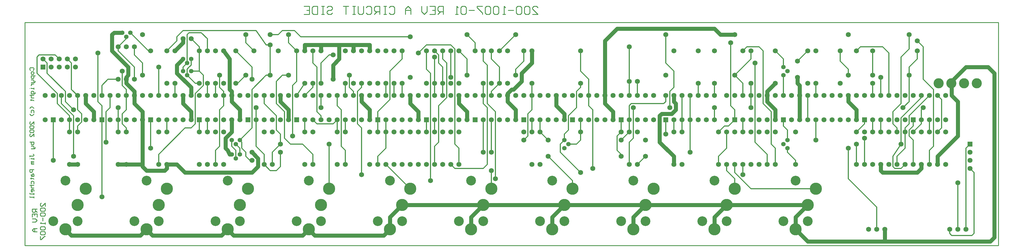
<source format=gbl>
*%FSLAX23Y23*%
*%MOIN*%
G01*
%ADD11C,0.007*%
%ADD12C,0.008*%
%ADD13C,0.010*%
%ADD14C,0.012*%
%ADD15C,0.020*%
%ADD16C,0.032*%
%ADD17C,0.036*%
%ADD18C,0.050*%
%ADD19C,0.052*%
%ADD20C,0.055*%
%ADD21C,0.056*%
%ADD22C,0.059*%
%ADD23C,0.060*%
%ADD24C,0.061*%
%ADD25C,0.062*%
%ADD26C,0.068*%
%ADD27C,0.070*%
%ADD28C,0.080*%
%ADD29C,0.090*%
%ADD30C,0.095*%
%ADD31C,0.115*%
%ADD32C,0.120*%
%ADD33C,0.125*%
%ADD34C,0.126*%
%ADD35C,0.131*%
%ADD36C,0.150*%
%ADD37C,0.156*%
%ADD38R,0.062X0.062*%
%ADD39R,0.068X0.068*%
D13*
X10032Y9439D02*
X10099D01*
X10032Y9506D01*
Y9522D01*
X10049Y9539D01*
X10082D01*
X10099Y9522D01*
X9999D02*
X9982Y9539D01*
X9949D01*
X9932Y9522D01*
Y9456D01*
X9949Y9439D01*
X9982D01*
X9999Y9456D01*
Y9522D01*
X9899D02*
X9882Y9539D01*
X9849D01*
X9832Y9522D01*
Y9456D01*
X9849Y9439D01*
X9882D01*
X9899Y9456D01*
Y9522D01*
X9799Y9489D02*
X9732D01*
X9699Y9439D02*
X9666D01*
X9682D01*
Y9539D01*
X9683D01*
X9682D02*
X9699Y9522D01*
X9616D02*
X9599Y9539D01*
X9566D01*
X9549Y9522D01*
Y9456D01*
X9566Y9439D01*
X9599D01*
X9616Y9456D01*
Y9522D01*
X9516D02*
X9499Y9539D01*
X9466D01*
X9449Y9522D01*
Y9456D01*
X9466Y9439D01*
X9499D01*
X9516Y9456D01*
Y9522D01*
X9416Y9539D02*
X9349D01*
Y9522D01*
X9416Y9456D01*
Y9439D01*
X9316Y9489D02*
X9249D01*
X9216Y9522D02*
X9199Y9539D01*
X9166D01*
X9149Y9522D01*
Y9456D01*
X9166Y9439D01*
X9199D01*
X9216Y9456D01*
Y9522D01*
X9116Y9439D02*
X9083D01*
X9099D01*
Y9539D01*
X9100D01*
X9099D02*
X9116Y9522D01*
X8933Y9539D02*
Y9439D01*
Y9539D02*
X8883D01*
X8866Y9522D01*
Y9489D01*
X8883Y9472D01*
X8933D01*
X8899D02*
X8866Y9439D01*
X8833Y9539D02*
X8766D01*
X8833D02*
Y9439D01*
X8766D01*
X8799Y9489D02*
X8833D01*
X8733Y9472D02*
Y9539D01*
Y9472D02*
X8699Y9439D01*
X8666Y9472D01*
Y9539D01*
X8533Y9506D02*
Y9439D01*
Y9506D02*
X8500Y9539D01*
X8466Y9506D01*
Y9439D01*
Y9489D01*
X8533D01*
X8283Y9539D02*
X8266Y9522D01*
X8283Y9539D02*
X8316D01*
X8333Y9522D01*
Y9456D01*
X8316Y9439D01*
X8283D01*
X8266Y9456D01*
X8233Y9539D02*
X8200D01*
X8216D01*
Y9439D01*
X8233D01*
X8200D01*
X8150D02*
Y9539D01*
X8100D01*
X8083Y9522D01*
Y9489D01*
X8100Y9472D01*
X8150D01*
X8116D02*
X8083Y9439D01*
X7983Y9522D02*
X8000Y9539D01*
X8033D01*
X8050Y9522D01*
Y9456D01*
X8033Y9439D01*
X8000D01*
X7983Y9456D01*
X7950D02*
Y9539D01*
Y9456D02*
X7933Y9439D01*
X7900D01*
X7883Y9456D01*
Y9539D01*
X7850D02*
X7816D01*
X7833D01*
Y9439D01*
X7850D01*
X7816D01*
X7766Y9539D02*
X7700D01*
X7733D01*
Y9439D01*
X7517Y9539D02*
X7500Y9522D01*
X7517Y9539D02*
X7550D01*
X7566Y9522D01*
Y9506D01*
X7550Y9489D01*
X7517D01*
X7500Y9472D01*
Y9456D01*
X7517Y9439D01*
X7550D01*
X7566Y9456D01*
X7467Y9539D02*
X7433D01*
X7450D01*
Y9439D01*
X7467D01*
X7433D01*
X7383D02*
Y9539D01*
Y9439D02*
X7333D01*
X7317Y9456D01*
Y9522D01*
X7333Y9539D01*
X7383D01*
X7283D02*
X7217D01*
X7283D02*
Y9439D01*
X7217D01*
X7250Y9489D02*
X7283D01*
X3842Y8751D02*
X3834Y8759D01*
Y8776D01*
X3842Y8784D01*
X3876D01*
X3884Y8776D01*
Y8759D01*
X3876Y8751D01*
X3884Y8726D02*
Y8709D01*
X3876Y8701D01*
X3859D01*
X3851Y8709D01*
Y8726D01*
X3859Y8734D01*
X3876D01*
X3884Y8726D01*
X3901Y8684D02*
X3851D01*
Y8659D01*
X3859Y8651D01*
X3876D01*
X3884Y8659D01*
Y8684D01*
X3876Y8634D02*
X3851D01*
X3876D02*
X3884Y8626D01*
Y8601D01*
X3892D01*
X3901Y8609D01*
Y8617D01*
X3884Y8601D02*
X3851D01*
Y8584D02*
X3884D01*
X3867D01*
X3859Y8576D01*
X3851Y8567D01*
Y8559D01*
X3884Y8534D02*
Y8517D01*
Y8526D01*
X3851D01*
Y8534D01*
X3834Y8526D02*
X3835D01*
X3901Y8476D02*
Y8467D01*
X3892Y8459D01*
X3851D01*
Y8484D01*
X3859Y8492D01*
X3876D01*
X3884Y8484D01*
Y8459D01*
Y8442D02*
X3834D01*
X3859D02*
X3884D01*
X3859D02*
X3851Y8434D01*
Y8417D01*
X3859Y8409D01*
X3884D01*
X3851Y8384D02*
X3842D01*
X3851D02*
Y8392D01*
Y8376D01*
Y8384D01*
X3876D01*
X3884Y8376D01*
X3867Y8301D02*
X3884Y8284D01*
X3867Y8301D02*
X3851D01*
X3834Y8284D01*
X3851Y8251D02*
Y8226D01*
Y8251D02*
X3859Y8259D01*
X3876D01*
X3884Y8251D01*
Y8226D01*
Y8209D02*
X3867Y8193D01*
X3851D01*
X3834Y8209D01*
X3884Y8118D02*
Y8084D01*
Y8118D02*
X3851Y8084D01*
X3842D01*
X3834Y8093D01*
Y8109D01*
X3842Y8118D01*
Y8068D02*
X3834Y8059D01*
Y8043D01*
X3842Y8034D01*
X3876D01*
X3884Y8043D01*
Y8059D01*
X3876Y8068D01*
X3842D01*
Y8018D02*
X3834Y8009D01*
Y7993D01*
X3842Y7984D01*
X3876D01*
X3884Y7993D01*
Y8009D01*
X3876Y8018D01*
X3842D01*
X3884Y7968D02*
Y7934D01*
Y7968D02*
X3851Y7934D01*
X3842D01*
X3834Y7943D01*
Y7959D01*
X3842Y7968D01*
X3834Y7868D02*
X3884D01*
Y7843D01*
X3876Y7834D01*
X3867D01*
X3859D01*
X3851Y7843D01*
Y7868D01*
Y7818D02*
X3876D01*
X3884Y7809D01*
Y7784D01*
X3892D01*
X3901Y7793D01*
Y7801D01*
X3884Y7784D02*
X3851D01*
X3834Y7701D02*
Y7684D01*
Y7693D02*
Y7701D01*
Y7693D02*
X3876D01*
X3884Y7701D01*
Y7709D01*
X3876Y7718D01*
X3884Y7668D02*
Y7651D01*
Y7659D01*
X3851D01*
Y7668D01*
X3834Y7659D02*
X3835D01*
X3851Y7626D02*
X3884D01*
X3851D02*
Y7618D01*
X3859Y7609D01*
X3884D01*
X3859D01*
X3851Y7601D01*
X3859Y7593D01*
X3884D01*
Y7526D02*
X3834D01*
Y7501D01*
X3842Y7493D01*
X3859D01*
X3867Y7501D01*
Y7526D01*
X3851Y7468D02*
Y7451D01*
X3859Y7443D01*
X3884D01*
Y7468D01*
X3876Y7476D01*
X3867Y7468D01*
Y7443D01*
X3851Y7418D02*
X3842D01*
X3851D02*
Y7426D01*
Y7409D01*
Y7418D01*
X3876D01*
X3884Y7409D01*
X3851Y7376D02*
Y7351D01*
Y7376D02*
X3859Y7384D01*
X3876D01*
X3884Y7376D01*
Y7351D01*
Y7334D02*
X3834D01*
X3859D02*
X3884D01*
X3859D02*
X3851Y7326D01*
Y7309D01*
X3859Y7301D01*
X3884D01*
Y7276D02*
Y7259D01*
Y7276D02*
X3876Y7284D01*
X3859D01*
X3851Y7276D01*
Y7259D01*
X3859Y7251D01*
X3867D01*
Y7284D01*
X3884Y7235D02*
Y7218D01*
Y7226D01*
X3834D01*
Y7235D01*
X3884Y7193D02*
Y7176D01*
Y7185D01*
X3834D01*
Y7193D01*
X4024Y7114D02*
Y7074D01*
Y7114D02*
X3984Y7074D01*
X3974D01*
X3964Y7084D01*
Y7104D01*
X3974Y7114D01*
Y7054D02*
X3964Y7044D01*
Y7024D01*
X3974Y7014D01*
X4014D01*
X4024Y7024D01*
Y7044D01*
X4014Y7054D01*
X3974D01*
Y6994D02*
X3964Y6984D01*
Y6964D01*
X3974Y6954D01*
X4014D01*
X4024Y6964D01*
Y6984D01*
X4014Y6994D01*
X3974D01*
X3994Y6934D02*
Y6894D01*
X4024Y6874D02*
Y6854D01*
Y6864D01*
X3964D01*
X3965D01*
X3964D02*
X3974Y6874D01*
Y6824D02*
X3964Y6814D01*
Y6794D01*
X3974Y6784D01*
X4014D01*
X4024Y6794D01*
Y6814D01*
X4014Y6824D01*
X3974D01*
Y6764D02*
X3964Y6754D01*
Y6734D01*
X3974Y6724D01*
X4014D01*
X4024Y6734D01*
Y6754D01*
X4014Y6764D01*
X3974D01*
X3964Y6704D02*
Y6664D01*
X3974D01*
X4014Y6704D01*
X4024D01*
X3924Y7039D02*
X3864D01*
Y7009D01*
X3874Y6999D01*
X3894D01*
X3904Y7009D01*
Y7039D01*
Y7019D02*
X3924Y6999D01*
X3864Y6979D02*
Y6939D01*
Y6979D02*
X3924D01*
Y6939D01*
X3894Y6959D02*
Y6979D01*
X3904Y6919D02*
X3864D01*
X3904D02*
X3924Y6899D01*
X3904Y6879D01*
X3864D01*
X3884Y6799D02*
X3924D01*
X3884D02*
X3864Y6779D01*
X3884Y6759D01*
X3924D01*
X3894D01*
Y6799D01*
X15774Y6589D02*
Y9339D01*
X3774D02*
Y6589D01*
X15774D01*
Y9339D02*
X3774D01*
D14*
X6574Y8514D02*
X6749Y8689D01*
X12524D02*
X12724Y8889D01*
X14674Y8189D02*
X14924Y8439D01*
X14824Y8414D02*
X14574Y8164D01*
X9824Y9189D02*
X9624Y8989D01*
X6574Y8039D02*
X6424Y7889D01*
X5524Y8989D02*
X5649Y9114D01*
X8274Y8739D02*
X8424Y8889D01*
X8274Y8389D02*
X8124Y8239D01*
X5749Y8039D02*
X5424Y7714D01*
X13299Y8864D02*
X13424Y8989D01*
X4274Y8489D02*
X4049Y8714D01*
X3924D02*
X4174Y8464D01*
X6374Y8989D02*
X6574Y8789D01*
X4324Y8189D02*
X4174Y8339D01*
X4924Y8989D02*
X5124Y8789D01*
X5299Y8989D02*
X5074Y9214D01*
X8224Y7589D02*
X8524Y7289D01*
X4374Y8189D02*
X4224Y8339D01*
X10224Y7689D02*
X10524Y7389D01*
X13924Y7414D02*
X14249Y7089D01*
X10624Y7489D02*
X10374Y7739D01*
X14849Y8639D02*
X14974Y8514D01*
X6874Y8189D02*
X6724Y8339D01*
X7199Y7839D02*
X7324Y7714D01*
X12774Y7864D02*
X12924Y7714D01*
X12524Y7489D02*
X12724Y7289D01*
X6749Y9064D02*
X6624Y9239D01*
X7224Y8589D02*
X7124Y8439D01*
X14474Y7689D02*
X14574Y7839D01*
X15199Y6714D02*
X15449D01*
X3924Y8714D02*
Y8914D01*
X3949Y8939D01*
X4049Y8839D02*
Y8714D01*
X4124Y8139D02*
Y7639D01*
X4049Y8839D02*
X3999Y8889D01*
X4174Y8439D02*
Y8339D01*
Y8439D02*
Y8464D01*
X4324Y8189D02*
Y8139D01*
X4274Y8364D02*
Y8489D01*
X4224Y8439D02*
Y8339D01*
X4324Y8139D02*
Y7989D01*
X4199Y8889D02*
X4149Y8939D01*
X4299Y8889D02*
X4349Y8839D01*
X4274Y8364D02*
X4374Y8264D01*
X12724Y7289D02*
X13524D01*
X4349Y8514D02*
Y8839D01*
X4374Y8189D02*
Y7689D01*
X4424Y7989D02*
Y8064D01*
X4474Y8114D02*
Y8214D01*
X4424Y8264D02*
Y8439D01*
X4474Y8114D02*
X4424Y8064D01*
Y8439D02*
X4349Y8514D01*
X4424Y8264D02*
X4474Y8214D01*
X9074Y7539D02*
X9424D01*
X14499D02*
X14574D01*
X6874Y7514D02*
X6799D01*
X4674Y8364D02*
Y8964D01*
X4724Y8314D02*
Y8139D01*
Y7189D01*
Y8439D02*
Y8564D01*
X4799Y8639D01*
X4674Y8364D02*
X4724Y8314D01*
X6549Y7639D02*
X6574D01*
X4924Y8139D02*
Y8289D01*
Y8989D02*
Y9039D01*
Y8139D02*
Y7989D01*
X4774Y7864D02*
Y8239D01*
X4824Y8289D02*
Y8439D01*
X4924Y9039D02*
X5024Y9139D01*
X4824Y8289D02*
X4774Y8239D01*
X10474Y7839D02*
X10574D01*
X7199D02*
X7049D01*
X5024Y8439D02*
Y8514D01*
Y9139D02*
Y9164D01*
X4974Y8739D02*
Y8564D01*
X5024Y8039D02*
Y7989D01*
X4974Y8089D02*
Y8214D01*
X5024Y8264D02*
Y8439D01*
Y8264D02*
X4974Y8214D01*
X5024Y8514D02*
X4974Y8564D01*
Y8089D02*
X5024Y8039D01*
X7374Y8089D02*
X7574D01*
X5824Y8039D02*
X5749D01*
X12399Y8064D02*
X12449D01*
X5124Y8939D02*
Y9039D01*
X5224Y8839D02*
Y8689D01*
X5124Y8639D02*
Y8789D01*
X5224Y8839D02*
X5124Y8939D01*
X5424Y8789D02*
Y8439D01*
X5324Y8139D02*
Y7789D01*
X5424Y7714D02*
Y7589D01*
X11249Y8339D02*
X11649D01*
X5624Y8439D02*
Y8589D01*
X5524Y8139D02*
Y7989D01*
X5649Y9114D02*
Y9164D01*
X5724Y9239D01*
X6374Y8589D02*
X6399D01*
X6749Y8689D02*
X6799D01*
X6949D02*
X7024D01*
X5924Y8589D02*
X5874D01*
X4924Y8639D02*
X4799D01*
X5824Y8814D02*
Y8889D01*
X5774Y8764D02*
Y8689D01*
X5724Y8739D02*
Y8789D01*
X5774Y8839D02*
Y9189D01*
X5874Y8464D02*
Y8089D01*
X5799Y8789D02*
X5824Y8814D01*
X5799Y8789D02*
X5774Y8764D01*
Y9189D02*
X5799Y9214D01*
X5774Y8839D02*
X5724Y8789D01*
X5874Y8089D02*
X5824Y8039D01*
X5874Y8464D02*
X5974Y8564D01*
X5924Y9039D02*
X5824Y9139D01*
X5774Y8689D02*
X5874Y8589D01*
X5824Y8739D02*
X5924D01*
X6024Y8589D02*
Y8439D01*
X5924Y8139D02*
Y7989D01*
X6024D02*
Y8139D01*
X5924Y8989D02*
Y9039D01*
X6024Y8989D02*
Y9139D01*
X5974Y8689D02*
Y8564D01*
X5924Y8739D02*
Y8989D01*
X6024Y9139D02*
X5949Y9214D01*
X5924Y8739D02*
X5974Y8689D01*
X4149Y8939D02*
X3949D01*
X8724Y9064D02*
X9024D01*
X6799D02*
X6749D01*
X7524Y8939D02*
X7574D01*
X5324Y8989D02*
X5299D01*
X14074Y9039D02*
X14349D01*
X12824D02*
X12674D01*
X6124Y8589D02*
Y8439D01*
X6174Y8264D02*
Y7814D01*
X6124Y7764D02*
Y7589D01*
X6174Y8539D02*
Y8689D01*
X6224Y8439D02*
Y8314D01*
Y8439D02*
Y8489D01*
X6174Y7814D02*
X6124Y7764D01*
X6174Y8264D02*
X6224Y8314D01*
Y8489D02*
X6174Y8539D01*
X6799Y9189D02*
X6899D01*
X6949Y9239D02*
X7099D01*
X7174Y9164D02*
X8524D01*
X6624Y9239D02*
X5724D01*
X5799Y9214D02*
X5949D01*
X6449Y7864D02*
Y7789D01*
X6324Y7814D02*
Y7889D01*
X6424Y7789D02*
Y7714D01*
X6374Y7664D02*
Y7764D01*
X6399Y8589D02*
X6499Y8689D01*
X6449Y7789D02*
X6499Y7739D01*
X6449Y7864D02*
X6424Y7889D01*
X6374Y7839D02*
X6424Y7789D01*
X6374Y7764D02*
X6324Y7814D01*
X6574Y8639D02*
Y8789D01*
X6499Y9089D02*
Y9189D01*
X6574Y8514D02*
Y8039D01*
X6499Y7739D02*
Y7689D01*
X6624Y7814D02*
Y8139D01*
Y8289D01*
X6599Y8989D02*
X6499Y9089D01*
X6624Y7814D02*
X6724Y7714D01*
X6549Y7639D02*
X6499Y7689D01*
X6799Y8689D02*
Y9064D01*
X6874Y8614D02*
Y8339D01*
X6824Y7739D02*
Y7589D01*
X6724D02*
Y7714D01*
X6874Y8014D02*
Y8189D01*
X6724Y8339D02*
Y8439D01*
X6874Y8614D02*
X6949Y8689D01*
X6924Y7564D02*
X6874Y7514D01*
X6824Y7739D02*
X6924Y7839D01*
X6724Y7589D02*
X6799Y7514D01*
X6924Y7964D02*
X6874Y8014D01*
X6974Y8239D02*
X6874Y8339D01*
X7024Y9089D02*
Y9189D01*
X6924Y7739D02*
Y7564D01*
Y7839D02*
Y7964D01*
X6974Y7914D02*
Y8239D01*
X7074Y7939D02*
Y8564D01*
X6899Y9189D02*
X6949Y9239D01*
X7124Y8614D02*
X7074Y8564D01*
X7124Y8989D02*
X7024Y9089D01*
X6974Y7914D02*
X7049Y7839D01*
X7124Y8614D02*
Y8989D01*
X7224Y8139D02*
Y7989D01*
Y8439D02*
X7324Y8539D01*
X7174Y9164D02*
X7099Y9239D01*
X7324Y8589D02*
Y8539D01*
X7374Y8789D02*
Y8239D01*
X7424Y8289D02*
Y8439D01*
Y8189D02*
Y8139D01*
X7324Y8839D02*
Y8989D01*
X7424Y8839D02*
Y8589D01*
X7324Y7714D02*
Y7589D01*
X7424Y8839D02*
X7524Y8939D01*
X7374Y8239D02*
X7424Y8189D01*
X7374Y8789D02*
X7324Y8839D01*
Y8139D02*
X7374Y8089D01*
X7624Y8139D02*
Y7989D01*
Y8314D02*
Y8439D01*
X7524Y7839D02*
Y7289D01*
X7574Y8089D02*
X7624Y8139D01*
X7674Y8264D02*
X7624Y8314D01*
X7774Y8539D02*
Y8689D01*
X7724Y8589D02*
Y8439D01*
Y8139D02*
Y7989D01*
X7824Y8439D02*
Y8489D01*
X7674Y8264D02*
Y7814D01*
X7724Y7764D02*
Y7589D01*
X7824Y8489D02*
X7774Y8539D01*
X7674Y7814D02*
X7724Y7764D01*
X7924Y8039D02*
Y7464D01*
X7874Y8089D02*
Y8489D01*
X7924Y8539D02*
Y8589D01*
Y8539D02*
X7874Y8489D01*
Y8089D02*
X7924Y8039D01*
X8224Y7989D02*
Y8139D01*
Y7989D02*
Y7789D01*
X8124Y7689D02*
Y7589D01*
X8224Y8439D02*
Y8589D01*
X8124Y8139D02*
Y7989D01*
Y8139D02*
Y8239D01*
X8224Y7789D02*
X8124Y7689D01*
X8424Y8439D02*
Y8589D01*
X8324D02*
Y8439D01*
X8274Y8389D02*
Y8739D01*
X8424Y8889D02*
Y8989D01*
X8624Y8964D02*
X8724Y9064D01*
X8824Y8589D02*
Y8439D01*
Y7814D02*
Y7589D01*
Y7989D02*
Y8139D01*
X8724D02*
Y7989D01*
X8824Y8589D02*
Y8914D01*
X8774Y8714D02*
Y7389D01*
X8724Y8764D02*
Y8989D01*
X8874Y7864D02*
X8824Y7814D01*
X8874Y8939D02*
X8824Y8989D01*
X8724Y8764D02*
X8774Y8714D01*
X8874Y8839D02*
Y8939D01*
X8924Y8589D02*
Y8439D01*
Y8589D02*
Y8789D01*
X8974Y8839D02*
Y8414D01*
X8874Y8314D02*
Y7864D01*
X8924Y8889D02*
Y8989D01*
X9024D02*
Y8664D01*
X8974Y8414D02*
X8874Y8314D01*
X9074Y9014D02*
X9024Y9064D01*
X8874Y8839D02*
X8924Y8789D01*
X8974Y8839D02*
X8924Y8889D01*
X9024Y7589D02*
X9074Y7539D01*
X9124Y7589D02*
Y7789D01*
X9074Y7839D02*
Y9014D01*
X9224Y8889D02*
Y8689D01*
X9074Y7839D02*
X9124Y7789D01*
X9224Y8889D02*
X9124Y8989D01*
X9224Y9189D02*
X9324Y9089D01*
Y8989D01*
X9424D02*
Y8864D01*
Y8589D02*
Y8439D01*
Y8339D01*
Y8139D02*
Y7739D01*
X9474Y7589D02*
X9424Y7539D01*
X9474Y8814D02*
X9424Y8864D01*
Y8339D02*
X9474Y8289D01*
Y7589D01*
X9524Y8889D02*
Y8989D01*
Y8489D02*
Y8439D01*
Y8139D02*
Y7739D01*
Y7514D02*
Y7289D01*
X9574Y7414D02*
Y8239D01*
X9474Y8339D02*
Y8814D01*
X9624Y8589D02*
X9524Y8489D01*
X9624Y8789D02*
X9524Y8889D01*
X9474Y8339D02*
X9574Y8239D01*
X9624Y8589D02*
Y8789D01*
X9974Y8214D02*
Y7939D01*
X9824Y8689D02*
Y8764D01*
X9924Y8864D02*
Y8989D01*
X10024Y8264D02*
X9974Y8214D01*
Y7939D02*
X9924Y7889D01*
X9824Y8764D02*
X9924Y8864D01*
X10024Y8139D02*
Y7989D01*
X10124D02*
Y8139D01*
X10024Y8264D02*
Y8439D01*
Y8589D01*
X10124Y7989D02*
X10224Y7889D01*
X10374Y7839D02*
Y7739D01*
Y7839D02*
X10424Y7889D01*
X10474Y8014D02*
Y8189D01*
X10574Y8289D02*
Y8489D01*
X10524Y7389D02*
Y7289D01*
X10424Y7889D02*
Y7964D01*
X10574Y7839D02*
X10624Y7889D01*
X10474Y8014D02*
X10424Y7964D01*
X10474Y8189D02*
X10574Y8289D01*
Y8489D02*
X10624Y8539D01*
Y7989D02*
Y7889D01*
Y7989D02*
Y8139D01*
Y8539D02*
Y8589D01*
Y8739D02*
Y8989D01*
X10774Y8264D02*
Y7539D01*
X10724Y8439D02*
Y8639D01*
Y8439D02*
Y8314D01*
Y8639D02*
X10624Y8739D01*
X10724Y8314D02*
X10774Y8264D01*
X11074Y7939D02*
Y7764D01*
X11124Y7714D02*
Y7689D01*
Y7989D02*
Y8139D01*
X11224Y7989D02*
X11124Y7889D01*
X11074Y7939D02*
X11124Y7989D01*
X11074Y7764D02*
X11124Y7714D01*
X11224Y7589D02*
Y7864D01*
X11274Y7914D02*
Y8289D01*
X11324Y8439D02*
Y8614D01*
X11224Y8139D02*
Y7989D01*
Y8139D02*
Y8314D01*
Y8439D02*
Y8614D01*
Y9039D01*
X11424Y7689D02*
X11324Y7589D01*
X11224Y7864D02*
X11274Y7914D01*
X11224Y8314D02*
X11249Y8339D01*
X11674Y8839D02*
Y9189D01*
X11724Y8489D02*
Y8289D01*
X11774Y8539D02*
Y8739D01*
Y8139D02*
Y7989D01*
X11674Y8364D02*
Y8439D01*
Y8139D02*
Y7964D01*
X11724Y8489D02*
X11774Y8539D01*
X11674Y8364D02*
X11649Y8339D01*
X11774Y8739D02*
X11674Y8839D01*
X11874Y8439D02*
Y8139D01*
Y7989D01*
X12074Y8439D02*
Y8589D01*
X11974Y8439D02*
Y8139D01*
Y7739D01*
X12274Y8439D02*
Y8589D01*
X12324Y7689D02*
Y7589D01*
X12274Y8139D02*
Y8289D01*
X12424Y7789D02*
X12324Y7689D01*
Y7989D02*
X12399Y8064D01*
X12424Y7989D02*
Y7789D01*
X12524Y7414D02*
Y7289D01*
X12424Y7514D02*
Y7589D01*
X12474Y8614D02*
Y9089D01*
Y8614D02*
Y8314D01*
X12524Y8264D02*
Y8139D01*
Y7589D02*
Y7489D01*
X12449Y8064D02*
X12524Y8139D01*
X12624Y8589D02*
X12524Y8689D01*
X12424Y7514D02*
X12524Y7414D01*
Y8264D02*
X12474Y8314D01*
X12724Y8889D02*
Y8989D01*
X12624Y8589D02*
Y8439D01*
Y8139D02*
Y7989D01*
X12724Y8439D02*
Y8589D01*
Y8439D02*
Y8289D01*
X12624Y7589D02*
Y7464D01*
Y8989D02*
X12674Y9039D01*
X12874Y8989D02*
Y8339D01*
X12924Y7714D02*
Y7589D01*
X12774Y7864D02*
Y8839D01*
X12874Y8339D02*
X12974Y8239D01*
X12874Y8989D02*
X12824Y9039D01*
X12974Y8239D02*
Y7839D01*
X13124Y8064D02*
Y8139D01*
Y8789D02*
Y8889D01*
Y8689D02*
Y8439D01*
X13024Y7789D02*
Y7589D01*
X13174Y8014D02*
X13124Y8064D01*
Y8889D02*
X13024Y8989D01*
X12974Y7839D02*
X13024Y7789D01*
X13174D02*
Y7739D01*
X13274Y7639D02*
Y7589D01*
X13174Y7889D02*
Y8014D01*
Y7739D02*
X13274Y7639D01*
X13424Y8139D02*
Y8439D01*
X13524Y8139D02*
Y7889D01*
Y8439D02*
Y8589D01*
X13924Y7789D02*
Y7414D01*
X13824Y8864D02*
Y8989D01*
X13924Y8764D02*
Y8689D01*
Y8764D02*
X13824Y8864D01*
X14024Y7839D02*
Y7589D01*
X14124D02*
Y7914D01*
Y8089D02*
Y8139D01*
Y8089D02*
X14024Y7989D01*
Y8989D02*
X14074Y9039D01*
X14274Y7064D02*
Y6789D01*
X14224Y7989D02*
Y8139D01*
Y8439D02*
Y8589D01*
Y8689D02*
Y8989D01*
X14249Y7089D02*
X14274Y7064D01*
X14474Y7564D02*
Y7689D01*
Y8089D02*
Y8239D01*
X14324Y8139D02*
Y7989D01*
Y8439D02*
Y8664D01*
X14424Y8439D02*
Y8964D01*
X14574Y8339D02*
X14474Y8239D01*
Y7564D02*
X14499Y7539D01*
X14524Y8039D02*
X14474Y8089D01*
X14424Y8964D02*
X14349Y9039D01*
X14624Y8039D02*
Y7989D01*
Y7789D01*
X14674Y8089D02*
Y8189D01*
Y8014D02*
Y7939D01*
X14574Y7839D02*
Y8164D01*
X14524Y7689D02*
Y7589D01*
X14674Y9014D02*
Y9189D01*
X14524Y8039D02*
Y7989D01*
X14574Y8339D02*
Y8914D01*
X14674Y8789D02*
Y8689D01*
Y8364D01*
Y8089D02*
X14649Y8064D01*
X14624Y8039D01*
X14674Y8014D02*
X14724Y8064D01*
X14624Y7589D02*
X14574Y7539D01*
X14674Y8789D02*
X14774Y8889D01*
X14624Y7789D02*
X14524Y7689D01*
X14574Y8914D02*
X14674Y9014D01*
Y8364D02*
X14599Y8289D01*
X14674Y7939D02*
X14724Y7889D01*
Y7589D01*
Y8064D02*
Y8139D01*
X14824Y8414D02*
Y8439D01*
X14774Y8889D02*
Y8989D01*
X14849Y9039D02*
Y8639D01*
X14824Y8139D02*
Y8089D01*
Y8139D02*
Y8264D01*
Y8089D02*
X14724Y7989D01*
X14824Y8264D02*
X14849Y8289D01*
Y9039D02*
X14774Y9114D01*
X15074Y8389D02*
Y8039D01*
X14924Y7989D02*
Y8139D01*
X14974Y7814D02*
Y8514D01*
X14924Y7764D02*
Y7589D01*
X15024Y7989D02*
X15074Y8039D01*
X14974Y7814D02*
X14924Y7764D01*
X15074Y8389D02*
X15024Y8439D01*
X15274Y7364D02*
Y6789D01*
X15174D02*
Y6739D01*
X15199Y6714D01*
X15474Y6739D02*
Y7489D01*
X15374Y7789D02*
Y6789D01*
X15449Y6714D02*
X15474Y6739D01*
X15374Y7789D02*
X15424Y7839D01*
Y7539D02*
X15474Y7489D01*
D18*
X14824Y7539D02*
X14774Y7489D01*
X11624Y8214D02*
X11599Y8189D01*
X11749Y8214D02*
X11799Y8264D01*
X15199Y8614D02*
X15374Y8789D01*
X12424Y7089D02*
X12274Y6939D01*
X13274D02*
X13424Y7089D01*
X5524Y7539D02*
X5499Y7514D01*
X7574Y8814D02*
X7649Y8889D01*
X9424Y7089D02*
X9274Y6939D01*
X8424Y7089D02*
X8274Y6939D01*
X10274D02*
X10424Y7089D01*
X11274Y6939D02*
X11424Y7089D01*
X15674Y6639D02*
X15724Y6689D01*
X5724Y9089D02*
X5624Y8989D01*
X4874Y9214D02*
X4849Y9189D01*
X9899Y8714D02*
X10024Y8839D01*
X9899Y8614D02*
X9799Y8514D01*
X9774D02*
X9724Y8464D01*
X5674Y8839D02*
X5649Y8814D01*
X5674Y8839D02*
X5724Y8889D01*
X5049Y8689D02*
X5024Y8664D01*
X6249Y7914D02*
X6324Y7989D01*
X6649Y7564D02*
X6574Y7489D01*
X15024Y7689D02*
X15274Y7939D01*
X11074Y9264D02*
X10924Y9114D01*
X8274Y6789D02*
X8199Y6714D01*
X7274Y6789D02*
X7199Y6714D01*
X6274Y6789D02*
X6199Y6714D01*
X5274Y6789D02*
X5199Y6714D01*
X12924Y8489D02*
X13024Y8589D01*
X13924Y8364D02*
X14024Y8264D01*
X13024D02*
X12924Y8364D01*
X11024Y8239D02*
X10924Y8339D01*
X14324Y7514D02*
X14349Y7489D01*
X11774Y7689D02*
X11599Y7864D01*
X11799Y8339D02*
X11774Y8364D01*
X15199Y8439D02*
X15274Y8364D01*
X15649Y8789D02*
X15724Y8714D01*
X13424Y6639D02*
X13274Y6789D01*
X12349Y9189D02*
X12274Y9264D01*
X5049Y8789D02*
X4874Y8964D01*
X4849Y8989D01*
X10324Y8314D02*
X10424Y8214D01*
X9824Y8264D02*
X9724Y8364D01*
X9224Y8239D02*
X9124Y8339D01*
X8024Y8264D02*
X7924Y8364D01*
X5824Y8239D02*
X5724Y8339D01*
X4624Y8239D02*
X4524Y8339D01*
X5649Y8714D02*
X5824Y8539D01*
X5124Y8489D02*
X5024Y8589D01*
X5124Y8339D02*
X5224Y8239D01*
X6924Y8364D02*
X7024Y8264D01*
X5274Y7514D02*
X5224Y7564D01*
X5649Y7589D02*
X5749Y7489D01*
X6574Y7739D02*
X6649Y7664D01*
X6324Y8489D02*
X6299Y8514D01*
X7274Y6789D02*
X7349Y6714D01*
X6349D02*
X6274Y6789D01*
X5349Y6714D02*
X5274Y6789D01*
X4349Y6714D02*
X4274Y6789D01*
X8524Y8339D02*
X8624Y8239D01*
X6424Y8264D02*
X6324Y8364D01*
X13299Y8589D02*
X13324Y8564D01*
X6274Y7764D02*
X6249Y7789D01*
X6299Y8889D02*
X6224Y8989D01*
X6274Y7764D02*
X6299Y7714D01*
X13424Y6639D02*
X15674D01*
X14374D02*
X13424D01*
X8199Y6714D02*
X7349D01*
X7199D02*
X6349D01*
X6199D02*
X5349D01*
X5199D02*
X4349D01*
X11424Y7089D02*
X12424D01*
X13424D01*
X9424D02*
X8424D01*
X9424D02*
X10424D01*
X11424D01*
X4524Y8339D02*
Y8439D01*
X14349Y7489D02*
X14774D01*
X6574D02*
X5749D01*
X5499Y7514D02*
X5274D01*
X4624Y8139D02*
Y8239D01*
X5524Y7589D02*
X5649D01*
X4424D02*
X4324D01*
X4924D02*
X5024D01*
X5224D01*
X6299Y7714D02*
X6324D01*
X4849Y8989D02*
Y9189D01*
X5049Y8789D02*
Y8689D01*
X5024Y8664D02*
Y8639D01*
Y8589D01*
X5124Y8489D02*
Y8439D01*
Y8414D02*
Y8339D01*
Y8414D02*
Y8439D01*
X5224Y8239D02*
Y8139D01*
Y7564D01*
Y7589D02*
Y8139D01*
Y7589D02*
Y7564D01*
X11624Y8214D02*
X11749D01*
X9799Y8514D02*
X9774D01*
X5649Y8714D02*
Y8814D01*
X5524Y7589D02*
Y7539D01*
X5724Y9089D02*
Y9139D01*
Y8439D02*
Y8339D01*
X5824Y8239D02*
Y8139D01*
Y8439D02*
Y8539D01*
X15374Y8789D02*
X15649D01*
X8024Y9064D02*
X7824D01*
X7649D01*
X7424D01*
X7224D01*
X6249Y7914D02*
Y7789D01*
X11999Y9264D02*
X12274D01*
X12349Y9189D02*
X12524D01*
X4974Y9214D02*
X4874D01*
X11074Y9264D02*
X11999D01*
X6324Y8489D02*
Y8439D01*
Y8139D02*
Y7989D01*
X6299Y8514D02*
Y8889D01*
X6424Y8264D02*
Y8139D01*
X6324Y8364D02*
Y8439D01*
X6649Y7664D02*
Y7564D01*
X6924Y8364D02*
Y8439D01*
X7024Y8264D02*
Y8139D01*
X7224Y8989D02*
Y9064D01*
X7424D02*
Y8989D01*
X7574Y8814D02*
Y8639D01*
X7649Y8889D02*
Y9064D01*
X7824D02*
Y8989D01*
X8024Y8264D02*
Y8139D01*
X7924Y8364D02*
Y8439D01*
X8024Y8989D02*
Y9064D01*
X8274Y6939D02*
Y6789D01*
X8624Y8139D02*
Y8239D01*
X8524Y8339D02*
Y8439D01*
X9124D02*
Y8339D01*
X9224Y8239D02*
Y8139D01*
X9274Y6939D02*
Y6789D01*
X9724Y8364D02*
Y8439D01*
Y8464D01*
X9824Y8264D02*
Y8139D01*
X9899Y8614D02*
Y8714D01*
X10024Y8839D02*
Y8989D01*
X10274Y6939D02*
Y6789D01*
X10324Y8314D02*
Y8439D01*
X10424Y8214D02*
Y8139D01*
X10924Y8339D02*
Y8439D01*
Y9114D01*
X11024Y8239D02*
Y8139D01*
X11274Y6939D02*
Y6789D01*
X11774Y8364D02*
Y8439D01*
Y7689D02*
Y7589D01*
X11599Y7864D02*
Y8189D01*
X11799Y8264D02*
Y8339D01*
X12274Y6939D02*
Y6789D01*
X12924Y8364D02*
Y8439D01*
Y8489D01*
X13024Y8264D02*
Y8139D01*
X13324D02*
Y8439D01*
Y8564D01*
X13274Y6939D02*
Y6789D01*
X13299Y8589D02*
Y8664D01*
X13924Y8439D02*
Y8364D01*
X14024Y8264D02*
Y8139D01*
X14324Y7589D02*
Y7514D01*
X14374Y6789D02*
Y6639D01*
X14824Y7539D02*
Y7589D01*
X15024D02*
Y7689D01*
X15199Y8439D02*
Y8589D01*
X15274Y8364D02*
Y7939D01*
X15199Y8589D02*
Y8614D01*
X15724Y8714D02*
Y8239D01*
Y6689D01*
D20*
X13124Y8689D02*
D03*
Y8789D02*
D03*
X13174Y8739D02*
D03*
Y7889D02*
D03*
Y7789D02*
D03*
X13124Y7839D02*
D03*
X10424Y7789D02*
D03*
X10474Y7839D02*
D03*
X10424Y7889D02*
D03*
X6324D02*
D03*
X6424D02*
D03*
X6374Y7839D02*
D03*
X6324Y7714D02*
D03*
X6424D02*
D03*
X6374Y7664D02*
D03*
X5724Y8889D02*
D03*
X5824D02*
D03*
X5774Y8839D02*
D03*
X5074Y9214D02*
D03*
X5024Y9164D02*
D03*
X4974Y9214D02*
D03*
X5724Y8739D02*
D03*
X5824D02*
D03*
X5774Y8689D02*
D03*
D25*
X15274Y7364D02*
D03*
X14774Y9114D02*
D03*
X14849Y8289D02*
D03*
X14574Y7839D02*
D03*
X14599Y8289D02*
D03*
X14324Y8664D02*
D03*
X14224Y8689D02*
D03*
X14024Y7839D02*
D03*
X14124Y7914D02*
D03*
X13924Y7789D02*
D03*
X13524Y7889D02*
D03*
X12774Y8839D02*
D03*
X12724Y8289D02*
D03*
X12624Y7464D02*
D03*
X12474Y9089D02*
D03*
X12274Y8289D02*
D03*
X11974Y7739D02*
D03*
X11724Y8289D02*
D03*
X11674Y7964D02*
D03*
X11224Y9039D02*
D03*
X11274Y8289D02*
D03*
X11124Y7689D02*
D03*
X10774Y7539D02*
D03*
X9524Y7739D02*
D03*
Y7514D02*
D03*
X9574Y7414D02*
D03*
X9424Y7739D02*
D03*
X9024Y8664D02*
D03*
X8824Y8914D02*
D03*
X8774Y7389D02*
D03*
X7924Y7464D02*
D03*
X7774Y8689D02*
D03*
X7524Y7839D02*
D03*
X7424Y8289D02*
D03*
X7074Y7939D02*
D03*
X6799Y9064D02*
D03*
X6574Y8639D02*
D03*
X6624Y8289D02*
D03*
X6174Y8689D02*
D03*
X5424Y8789D02*
D03*
X5324Y7789D02*
D03*
X4974Y8739D02*
D03*
X4924Y8289D02*
D03*
X4774Y7864D02*
D03*
X4674Y8964D02*
D03*
X4724Y7189D02*
D03*
X4374Y8264D02*
D03*
Y7689D02*
D03*
X4124Y7639D02*
D03*
X15424Y7739D02*
D03*
Y7639D02*
D03*
Y7539D02*
D03*
X15374Y6789D02*
D03*
X15174D02*
D03*
X15274D02*
D03*
X13824Y8989D02*
D03*
Y8589D02*
D03*
X13924Y9189D02*
D03*
Y8689D02*
D03*
X14024Y8989D02*
D03*
X14674Y9189D02*
D03*
Y8689D02*
D03*
X14774Y8989D02*
D03*
X14524Y7589D02*
D03*
Y7989D02*
D03*
X14624D02*
D03*
Y7589D02*
D03*
X14724Y7989D02*
D03*
Y7589D02*
D03*
X14824D02*
D03*
Y7989D02*
D03*
X14924Y7589D02*
D03*
Y7989D02*
D03*
X15124D02*
D03*
Y7589D02*
D03*
X15024D02*
D03*
Y7989D02*
D03*
X15124Y8139D02*
D03*
Y8439D02*
D03*
X14624D02*
D03*
Y8139D02*
D03*
X14824D02*
D03*
X14924D02*
D03*
X15024D02*
D03*
Y8439D02*
D03*
X14924D02*
D03*
X14824D02*
D03*
X14724D02*
D03*
X14024D02*
D03*
Y8139D02*
D03*
X14224D02*
D03*
X14324D02*
D03*
X14424D02*
D03*
Y8439D02*
D03*
X14324D02*
D03*
X14224D02*
D03*
X14124D02*
D03*
X13924Y8139D02*
D03*
Y8439D02*
D03*
X14224Y8589D02*
D03*
Y8989D02*
D03*
X14424Y7589D02*
D03*
Y7989D02*
D03*
X14024D02*
D03*
Y7589D02*
D03*
X14524Y8139D02*
D03*
Y8439D02*
D03*
X14124Y7589D02*
D03*
Y7989D02*
D03*
X14224Y7589D02*
D03*
Y7989D02*
D03*
X14324D02*
D03*
Y7589D02*
D03*
X14374Y6789D02*
D03*
X14174D02*
D03*
X14274D02*
D03*
X12524Y9189D02*
D03*
Y8689D02*
D03*
X12624Y8989D02*
D03*
X13024D02*
D03*
Y8589D02*
D03*
X13524Y8989D02*
D03*
Y8589D02*
D03*
X13299Y8664D02*
D03*
Y8864D02*
D03*
X12274Y8589D02*
D03*
Y8989D02*
D03*
X13024Y8439D02*
D03*
Y8139D02*
D03*
X13224D02*
D03*
X13324D02*
D03*
X13424D02*
D03*
X13524D02*
D03*
X13624D02*
D03*
X13724D02*
D03*
X13824D02*
D03*
Y8439D02*
D03*
X13724D02*
D03*
X13624D02*
D03*
X13524D02*
D03*
X13424D02*
D03*
X13324D02*
D03*
X13224D02*
D03*
X13124D02*
D03*
X12724Y8589D02*
D03*
Y8989D02*
D03*
X12924Y8139D02*
D03*
Y8439D02*
D03*
X12624Y8139D02*
D03*
X12724D02*
D03*
X12824D02*
D03*
Y8439D02*
D03*
X12724D02*
D03*
X12624D02*
D03*
X12524D02*
D03*
X12424D02*
D03*
Y8139D02*
D03*
X12324Y7589D02*
D03*
Y7989D02*
D03*
X12524Y7589D02*
D03*
Y7989D02*
D03*
X12624Y7589D02*
D03*
Y7989D02*
D03*
X12724Y7589D02*
D03*
Y7989D02*
D03*
X12824Y7589D02*
D03*
Y7989D02*
D03*
X12924D02*
D03*
Y7589D02*
D03*
X13024Y7989D02*
D03*
Y7589D02*
D03*
X12424D02*
D03*
Y7989D02*
D03*
X13274Y7589D02*
D03*
Y7989D02*
D03*
X13424Y8589D02*
D03*
Y8989D02*
D03*
X11674Y9189D02*
D03*
Y8689D02*
D03*
X11774Y8989D02*
D03*
X10624Y7989D02*
D03*
Y7489D02*
D03*
Y8589D02*
D03*
Y8989D02*
D03*
X10924Y8139D02*
D03*
Y8439D02*
D03*
X11124Y7989D02*
D03*
Y7889D02*
D03*
X11424D02*
D03*
Y7689D02*
D03*
X11324Y7589D02*
D03*
Y7989D02*
D03*
X11224Y7589D02*
D03*
Y7989D02*
D03*
X11774Y8139D02*
D03*
X11874D02*
D03*
X11974D02*
D03*
X12074D02*
D03*
X12174D02*
D03*
X12274D02*
D03*
Y8439D02*
D03*
X12174D02*
D03*
X12074D02*
D03*
X11974D02*
D03*
X11874D02*
D03*
X11774D02*
D03*
X11674D02*
D03*
X11024D02*
D03*
Y8139D02*
D03*
X11524D02*
D03*
Y8439D02*
D03*
X11224Y8139D02*
D03*
X11324D02*
D03*
X11424D02*
D03*
Y8439D02*
D03*
X11324D02*
D03*
X11224D02*
D03*
X11124D02*
D03*
X11324Y8614D02*
D03*
X11224D02*
D03*
X12074Y8989D02*
D03*
Y8589D02*
D03*
X11874Y7989D02*
D03*
Y7589D02*
D03*
X11774Y7989D02*
D03*
Y7589D02*
D03*
X9524Y8989D02*
D03*
Y8589D02*
D03*
X9624Y8989D02*
D03*
Y8589D02*
D03*
X9724Y8989D02*
D03*
Y8589D02*
D03*
X9824Y9189D02*
D03*
Y8689D02*
D03*
X9924Y8989D02*
D03*
X9224Y9189D02*
D03*
Y8689D02*
D03*
X9324Y8989D02*
D03*
X9124D02*
D03*
Y8589D02*
D03*
X9024Y8989D02*
D03*
Y8589D02*
D03*
X9124Y7589D02*
D03*
Y7989D02*
D03*
X9424Y8589D02*
D03*
Y8989D02*
D03*
X9024Y7589D02*
D03*
Y7989D02*
D03*
X9124Y8139D02*
D03*
Y8439D02*
D03*
X9724Y8139D02*
D03*
Y8439D02*
D03*
X9224D02*
D03*
Y8139D02*
D03*
X9424D02*
D03*
X9524D02*
D03*
X9624D02*
D03*
Y8439D02*
D03*
X9524D02*
D03*
X9424D02*
D03*
X9324D02*
D03*
X9924Y7889D02*
D03*
Y7989D02*
D03*
X10024Y8589D02*
D03*
Y8989D02*
D03*
X10224Y7889D02*
D03*
Y7689D02*
D03*
X10124Y7589D02*
D03*
Y7989D02*
D03*
X10024Y7589D02*
D03*
Y7989D02*
D03*
X9824Y8439D02*
D03*
Y8139D02*
D03*
X10024D02*
D03*
X10124D02*
D03*
X10224D02*
D03*
Y8439D02*
D03*
X10124D02*
D03*
X10024D02*
D03*
X9924D02*
D03*
X10324Y8139D02*
D03*
Y8439D02*
D03*
X10424D02*
D03*
Y8139D02*
D03*
X10624D02*
D03*
X10724D02*
D03*
X10824D02*
D03*
Y8439D02*
D03*
X10724D02*
D03*
X10624D02*
D03*
X10524D02*
D03*
X8524Y9164D02*
D03*
Y8664D02*
D03*
X8624Y8964D02*
D03*
X7724Y8989D02*
D03*
Y8589D02*
D03*
X7924Y8989D02*
D03*
Y8589D02*
D03*
X8024D02*
D03*
Y8989D02*
D03*
X8124Y8589D02*
D03*
Y8989D02*
D03*
X8424D02*
D03*
Y8589D02*
D03*
X8324Y8989D02*
D03*
Y8589D02*
D03*
X8924Y8989D02*
D03*
Y8589D02*
D03*
X8824Y8989D02*
D03*
Y8589D02*
D03*
X7624Y7589D02*
D03*
Y7989D02*
D03*
X7824Y8589D02*
D03*
Y8989D02*
D03*
X7724Y7989D02*
D03*
Y7589D02*
D03*
X7924Y8139D02*
D03*
Y8439D02*
D03*
X8224Y8589D02*
D03*
Y8989D02*
D03*
X8024Y7589D02*
D03*
Y7989D02*
D03*
X8124Y7589D02*
D03*
Y7989D02*
D03*
X8524Y7589D02*
D03*
Y7989D02*
D03*
X8424Y7589D02*
D03*
Y7989D02*
D03*
X8324Y7589D02*
D03*
Y7989D02*
D03*
X8224Y7589D02*
D03*
Y7989D02*
D03*
X8024Y8439D02*
D03*
Y8139D02*
D03*
X8224D02*
D03*
X8324D02*
D03*
X8424D02*
D03*
Y8439D02*
D03*
X8324D02*
D03*
X8224D02*
D03*
X8124D02*
D03*
X8524Y8139D02*
D03*
Y8439D02*
D03*
X8724Y8589D02*
D03*
Y8989D02*
D03*
X8924Y7989D02*
D03*
Y7589D02*
D03*
X8824Y7989D02*
D03*
Y7589D02*
D03*
X8624D02*
D03*
Y7989D02*
D03*
X8724D02*
D03*
Y7589D02*
D03*
X8624Y8439D02*
D03*
Y8139D02*
D03*
X8824D02*
D03*
X8924D02*
D03*
X9024D02*
D03*
Y8439D02*
D03*
X8924D02*
D03*
X8824D02*
D03*
X8724D02*
D03*
X7574Y8939D02*
D03*
Y8639D02*
D03*
X7224Y8989D02*
D03*
Y8589D02*
D03*
X7024Y9189D02*
D03*
Y8689D02*
D03*
X7124Y8989D02*
D03*
X6799Y9189D02*
D03*
Y8689D02*
D03*
X6899Y8989D02*
D03*
X6599D02*
D03*
X6499Y8689D02*
D03*
Y9189D02*
D03*
X6574Y7739D02*
D03*
Y7639D02*
D03*
X6724Y7589D02*
D03*
Y7989D02*
D03*
X6824Y7589D02*
D03*
Y7989D02*
D03*
X6924Y7839D02*
D03*
Y7739D02*
D03*
X6224Y7589D02*
D03*
Y7989D02*
D03*
X6024D02*
D03*
Y7589D02*
D03*
X6124D02*
D03*
Y7989D02*
D03*
X5924D02*
D03*
Y7589D02*
D03*
X6224Y8589D02*
D03*
Y8989D02*
D03*
X6124Y8589D02*
D03*
Y8989D02*
D03*
X5924Y8589D02*
D03*
Y8989D02*
D03*
X6024Y8589D02*
D03*
Y8989D02*
D03*
Y8139D02*
D03*
X6124D02*
D03*
X6224D02*
D03*
Y8439D02*
D03*
X6124D02*
D03*
X6024D02*
D03*
X5924D02*
D03*
X6324Y8139D02*
D03*
Y8439D02*
D03*
X6924Y8139D02*
D03*
Y8439D02*
D03*
X6424D02*
D03*
Y8139D02*
D03*
X6624D02*
D03*
X6724D02*
D03*
X6824D02*
D03*
Y8439D02*
D03*
X6724D02*
D03*
X6624D02*
D03*
X6524D02*
D03*
X7324Y7989D02*
D03*
Y7589D02*
D03*
X7224D02*
D03*
Y7989D02*
D03*
X7024Y8439D02*
D03*
Y8139D02*
D03*
X7424Y8589D02*
D03*
Y8989D02*
D03*
X7324Y8589D02*
D03*
Y8989D02*
D03*
X7224Y8139D02*
D03*
X7324D02*
D03*
X7424D02*
D03*
X7524D02*
D03*
X7624D02*
D03*
X7724D02*
D03*
X7824D02*
D03*
Y8439D02*
D03*
X7724D02*
D03*
X7624D02*
D03*
X7524D02*
D03*
X7424D02*
D03*
X7324D02*
D03*
X7224D02*
D03*
X7124D02*
D03*
X6374Y8989D02*
D03*
Y8589D02*
D03*
X5024Y9039D02*
D03*
Y8639D02*
D03*
X5224Y9189D02*
D03*
Y8689D02*
D03*
X5324Y8989D02*
D03*
X5524D02*
D03*
Y8589D02*
D03*
X5824Y9139D02*
D03*
X5724D02*
D03*
X4824Y8139D02*
D03*
X4924D02*
D03*
X5024D02*
D03*
Y8439D02*
D03*
X4924D02*
D03*
X4824D02*
D03*
X4724D02*
D03*
X4624D02*
D03*
Y8139D02*
D03*
X4524D02*
D03*
Y8439D02*
D03*
X5124Y8139D02*
D03*
Y8439D02*
D03*
X4924Y8639D02*
D03*
Y9039D02*
D03*
X5124Y8639D02*
D03*
Y9039D02*
D03*
X5624Y8589D02*
D03*
Y8989D02*
D03*
X5424Y7589D02*
D03*
Y7989D02*
D03*
X5524D02*
D03*
Y7589D02*
D03*
X5224Y8439D02*
D03*
Y8139D02*
D03*
X5424D02*
D03*
X5524D02*
D03*
X5624D02*
D03*
Y8439D02*
D03*
X5524D02*
D03*
X5424D02*
D03*
X5324D02*
D03*
X5724Y8139D02*
D03*
Y8439D02*
D03*
X5824D02*
D03*
Y8139D02*
D03*
X5024Y7589D02*
D03*
Y7989D02*
D03*
X4924Y7589D02*
D03*
Y7989D02*
D03*
X4424Y7589D02*
D03*
Y7989D02*
D03*
X4399Y8889D02*
D03*
Y8789D02*
D03*
X4299Y8889D02*
D03*
Y8789D02*
D03*
X4199Y8889D02*
D03*
Y8789D02*
D03*
X4099Y8889D02*
D03*
Y8789D02*
D03*
X3999Y8889D02*
D03*
X4024Y8439D02*
D03*
Y8139D02*
D03*
X4224D02*
D03*
X4324D02*
D03*
X4424D02*
D03*
Y8439D02*
D03*
X4324D02*
D03*
X4224D02*
D03*
X4124D02*
D03*
X4324Y7589D02*
D03*
Y7989D02*
D03*
D32*
X12124Y6889D02*
D03*
X12424D02*
D03*
X12274Y7389D02*
D03*
X13124Y6889D02*
D03*
X13424D02*
D03*
X13274Y7389D02*
D03*
X11124Y6889D02*
D03*
X11424D02*
D03*
X11274Y7389D02*
D03*
X9124Y6889D02*
D03*
X9424D02*
D03*
X9274Y7389D02*
D03*
X10124Y6889D02*
D03*
X10424D02*
D03*
X10274Y7389D02*
D03*
X8124Y6889D02*
D03*
X8424D02*
D03*
X8274Y7389D02*
D03*
X7124Y6889D02*
D03*
X7424D02*
D03*
X7274Y7389D02*
D03*
X6124Y6889D02*
D03*
X6424D02*
D03*
X6274Y7389D02*
D03*
X5124Y6889D02*
D03*
X5424D02*
D03*
X5274Y7389D02*
D03*
X4124Y6889D02*
D03*
X4424D02*
D03*
X4274Y7389D02*
D03*
D33*
X15352Y8589D02*
D03*
X15040D02*
D03*
X15508D02*
D03*
X15196D02*
D03*
D36*
X12524Y7289D02*
D03*
X12424Y7089D02*
D03*
X12274Y6789D02*
D03*
X13524Y7289D02*
D03*
X13424Y7089D02*
D03*
X13274Y6789D02*
D03*
X11524Y7289D02*
D03*
X11424Y7089D02*
D03*
X11274Y6789D02*
D03*
X9524Y7289D02*
D03*
X9424Y7089D02*
D03*
X9274Y6789D02*
D03*
X10524Y7289D02*
D03*
X10424Y7089D02*
D03*
X10274Y6789D02*
D03*
X8524Y7289D02*
D03*
X8424Y7089D02*
D03*
X8274Y6789D02*
D03*
X7524Y7289D02*
D03*
X7424Y7089D02*
D03*
X7274Y6789D02*
D03*
X6524Y7289D02*
D03*
X6424Y7089D02*
D03*
X6274Y6789D02*
D03*
X5524Y7289D02*
D03*
X5424Y7089D02*
D03*
X5274Y6789D02*
D03*
X4524Y7289D02*
D03*
X4424Y7089D02*
D03*
X4274Y6789D02*
D03*
D38*
X15424Y7839D02*
D03*
X14724Y8139D02*
D03*
X14124D02*
D03*
X13124D02*
D03*
X12524D02*
D03*
X11674D02*
D03*
X11124D02*
D03*
X9324D02*
D03*
X9924D02*
D03*
X10524D02*
D03*
X8124D02*
D03*
X8724D02*
D03*
X5924D02*
D03*
X6524D02*
D03*
X7124D02*
D03*
X4724D02*
D03*
X5324D02*
D03*
X3999Y8789D02*
D03*
X4124Y8139D02*
D03*
M02*

</source>
